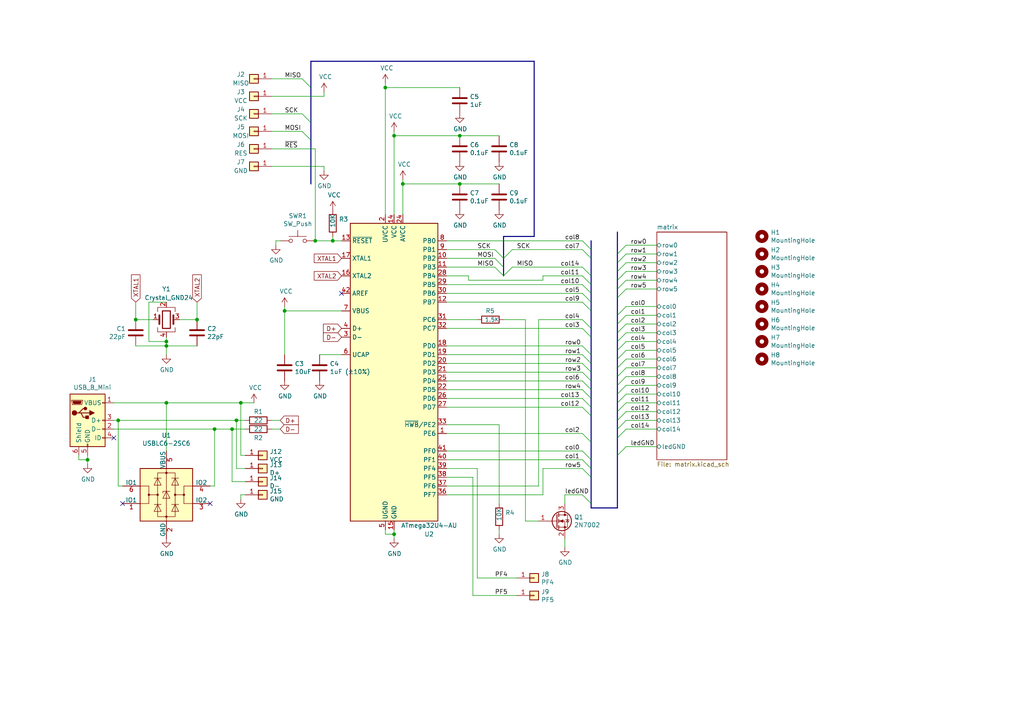
<source format=kicad_sch>
(kicad_sch (version 20211123) (generator eeschema)
  (paper "A4")
  (title_block (title "Adelheid") (rev "2.0") (company "floookay"))
  (lib_symbols
    (symbol "Connector:USB_B_Micro" (pin_names (offset 1.016))
      (property "Reference" "J" (at -5.08 11.43 0))
      (property "Value" "USB_B_Micro" (at -5.08 8.89 0))
      (symbol "USB_B_Micro_0_1"
        (rectangle (start -5.08 -7.62) (end 5.08 7.62) (stroke (width 0.254)) (fill (type background)))
        (circle (center -3.81 2.159) (radius 0.635) (stroke (width 0.254)) (fill (type outline)))
        (circle (center -0.635 3.429) (radius 0.381) (stroke (width 0.254)) (fill (type outline)))
        (rectangle (start -0.127 -7.62) (end 0.127 -6.858))
        (polyline (pts (xy -1.905 2.159) (xy 0.635 2.159)) (stroke (width 0.254)))
        (polyline (pts (xy -3.175 2.159) (xy -2.54 2.159) (xy -1.27 3.429) (xy -0.635 3.429)) (stroke (width 0.254)))
        (polyline (pts (xy -2.54 2.159) (xy -1.905 2.159) (xy -1.27 0.889) (xy 0 0.889)) (stroke (width 0.254)))
        (polyline (pts (xy 0.635 2.794) (xy 0.635 1.524) (xy 1.905 2.159) (xy 0.635 2.794)) (stroke (width 0.254)) (fill (type outline)))
        (polyline (pts (xy -4.318 5.588) (xy -1.778 5.588) (xy -2.032 4.826) (xy -4.064 4.826) (xy -4.318 5.588)) (fill (type outline)))
        (polyline (pts (xy -4.699 5.842) (xy -4.699 5.588) (xy -4.445 4.826) (xy -4.445 4.572) (xy -1.651 4.572) (xy -1.651 4.826) (xy -1.397 5.588) (xy -1.397 5.842) (xy -4.699 5.842)))
        (rectangle (start 0.254 1.27) (end -0.508 0.508) (stroke (width 0.254)) (fill (type outline)))
        (rectangle (start 5.08 -5.207) (end 4.318 -4.953))
        (rectangle (start 5.08 -2.667) (end 4.318 -2.413))
        (rectangle (start 5.08 -0.127) (end 4.318 0.127))
        (rectangle (start 5.08 4.953) (end 4.318 5.207))
      )
      (symbol "USB_B_Micro_1_1"
        (pin power_out line (at 7.62 5.08 180) (length 2.54) (name "VBUS") (number "1"))
        (pin bidirectional line (at 7.62 -2.54 180) (length 2.54) (name "D-") (number "2"))
        (pin bidirectional line (at 7.62 0 180) (length 2.54) (name "D+") (number "3"))
        (pin passive line (at 7.62 -5.08 180) (length 2.54) (name "ID") (number "4"))
        (pin power_out line (at 0 -10.16 90) (length 2.54) (name "GND") (number "5"))
        (pin passive line (at -2.54 -10.16 90) (length 2.54) (name "Shield") (number "6"))
      )
    )
    (symbol "Connector_Generic:Conn_01x01" (pin_names (offset 1.016) hide)
      (property "Reference" "J" (at 0 2.54 0))
      (property "Value" "Conn_01x01" (at 0 -2.54 0))
      (symbol "Conn_01x01_1_1"
        (rectangle (start -1.27 0.127) (end 0 -0.127) (stroke (width 0.1524)))
        (rectangle (start -1.27 1.27) (end 1.27 -1.27) (stroke (width 0.254)) (fill (type background)))
        (pin passive line (at -5.08 0 0) (length 3.81) (name "Pin_1") (number "1"))
      )
    )
    (symbol "Device:C" (pin_numbers hide) (pin_names (offset 0.254))
      (property "Reference" "C" (at 0.635 2.54 0))
      (property "Value" "C" (at 0.635 -2.54 0))
      (symbol "C_0_1"
        (polyline (pts (xy -2.032 -0.762) (xy 2.032 -0.762)) (stroke (width 0.508)))
        (polyline (pts (xy -2.032 0.762) (xy 2.032 0.762)) (stroke (width 0.508)))
      )
      (symbol "C_1_1"
        (pin passive line (at 0 3.81 270) (length 2.794) (name "~") (number "1"))
        (pin passive line (at 0 -3.81 90) (length 2.794) (name "~") (number "2"))
      )
    )
    (symbol "Device:Crystal_GND24" (pin_names (offset 1.016) hide)
      (property "Reference" "Y" (at 3.175 5.08 0))
      (property "Value" "Crystal_GND24" (at 3.175 3.175 0))
      (symbol "Crystal_GND24_0_1"
        (rectangle (start -1.143 2.54) (end 1.143 -2.54) (stroke (width 0.3048)))
        (polyline (pts (xy -2.54 0) (xy -2.032 0)))
        (polyline (pts (xy -2.032 -1.27) (xy -2.032 1.27)) (stroke (width 0.508)))
        (polyline (pts (xy 0 -3.81) (xy 0 -3.556)))
        (polyline (pts (xy 0 3.556) (xy 0 3.81)))
        (polyline (pts (xy 2.032 -1.27) (xy 2.032 1.27)) (stroke (width 0.508)))
        (polyline (pts (xy 2.032 0) (xy 2.54 0)))
        (polyline (pts (xy -2.54 -2.286) (xy -2.54 -3.556) (xy 2.54 -3.556) (xy 2.54 -2.286)))
        (polyline (pts (xy -2.54 2.286) (xy -2.54 3.556) (xy 2.54 3.556) (xy 2.54 2.286)))
      )
      (symbol "Crystal_GND24_1_1"
        (pin passive line (at -3.81 0 0) (length 1.27) (name "1") (number "1"))
        (pin passive line (at 0 5.08 270) (length 1.27) (name "2") (number "2"))
        (pin passive line (at 3.81 0 180) (length 1.27) (name "3") (number "3"))
        (pin passive line (at 0 -5.08 90) (length 1.27) (name "4") (number "4"))
      )
    )
    (symbol "Device:R" (pin_numbers hide) (pin_names (offset 0))
      (property "Reference" "R" (at 2.032 0 90))
      (property "Value" "R" (at 0 0 90))
      (symbol "R_0_1"
        (rectangle (start -1.016 -2.54) (end 1.016 2.54) (stroke (width 0.254)))
      )
      (symbol "R_1_1"
        (pin passive line (at 0 3.81 270) (length 1.27) (name "~") (number "1"))
        (pin passive line (at 0 -3.81 90) (length 1.27) (name "~") (number "2"))
      )
    )
    (symbol "Mechanical:MountingHole" (pin_names (offset 1.016))
      (property "Reference" "H" (at 0 5.08 0))
      (property "Value" "MountingHole" (at 0 3.175 0))
      (symbol "MountingHole_0_1"
        (circle (center 0 0) (radius 1.27) (stroke (width 1.27)))
      )
    )
    (symbol "Switch:SW_Push" (pin_numbers hide) (pin_names (offset 1.016) hide)
      (property "Reference" "SW" (at 1.27 2.54 0))
      (property "Value" "SW_Push" (at 0 -1.524 0))
      (symbol "SW_Push_0_1"
        (circle (center -2.032 0) (radius 0.508))
        (polyline (pts (xy 0 1.27) (xy 0 3.048)))
        (polyline (pts (xy 2.54 1.27) (xy -2.54 1.27)))
        (circle (center 2.032 0) (radius 0.508))
        (pin passive line (at -5.08 0 0) (length 2.54) (name "1") (number "1"))
        (pin passive line (at 5.08 0 180) (length 2.54) (name "2") (number "2"))
      )
    )
    (symbol "Transistor_FET:2N7002" (pin_names hide)
      (property "Reference" "Q" (at 5.08 1.905 0))
      (property "Value" "2N7002" (at 5.08 0 0))
      (symbol "2N7002_0_1"
        (polyline (pts (xy 0.254 0) (xy -2.54 0)))
        (polyline (pts (xy 0.254 1.905) (xy 0.254 -1.905)) (stroke (width 0.254)))
        (polyline (pts (xy 0.762 -1.27) (xy 0.762 -2.286)) (stroke (width 0.254)))
        (polyline (pts (xy 0.762 0.508) (xy 0.762 -0.508)) (stroke (width 0.254)))
        (polyline (pts (xy 0.762 2.286) (xy 0.762 1.27)) (stroke (width 0.254)))
        (polyline (pts (xy 2.54 2.54) (xy 2.54 1.778)))
        (polyline (pts (xy 2.54 -2.54) (xy 2.54 0) (xy 0.762 0)))
        (polyline (pts (xy 0.762 -1.778) (xy 3.302 -1.778) (xy 3.302 1.778) (xy 0.762 1.778)))
        (polyline (pts (xy 1.016 0) (xy 2.032 0.381) (xy 2.032 -0.381) (xy 1.016 0)) (fill (type outline)))
        (polyline (pts (xy 2.794 0.508) (xy 2.921 0.381) (xy 3.683 0.381) (xy 3.81 0.254)))
        (polyline (pts (xy 3.302 0.381) (xy 2.921 -0.254) (xy 3.683 -0.254) (xy 3.302 0.381)))
        (circle (center 1.651 0) (radius 2.794) (stroke (width 0.254)))
        (circle (center 2.54 -1.778) (radius 0.254) (fill (type outline)))
        (circle (center 2.54 1.778) (radius 0.254) (fill (type outline)))
      )
      (symbol "2N7002_1_1"
        (pin input line (at -5.08 0 0) (length 2.54) (name "G") (number "1"))
        (pin passive line (at 2.54 -5.08 90) (length 2.54) (name "S") (number "2"))
        (pin passive line (at 2.54 5.08 270) (length 2.54) (name "D") (number "3"))
      )
    )
    (symbol "adelheid-rescue:ATmega32U4-AU-MCU_Microchip_ATmega"
      (property "Reference" "U" (at -12.7 44.45 0))
      (property "Value" "ATmega32U4-AU-MCU_Microchip_ATmega" (at 2.54 -44.45 0))
      (symbol "ATmega32U4-AU-MCU_Microchip_ATmega_0_1"
        (rectangle (start -12.7 -43.18) (end 12.7 43.18) (stroke (width 0.254)) (fill (type background)))
      )
      (symbol "ATmega32U4-AU-MCU_Microchip_ATmega_1_1"
        (pin tri_state line (at 15.24 -17.78 180) (length 2.54) (name "PE6") (number "1"))
        (pin tri_state line (at 15.24 33.02 180) (length 2.54) (name "PB2") (number "10"))
        (pin tri_state line (at 15.24 30.48 180) (length 2.54) (name "PB3") (number "11"))
        (pin tri_state line (at 15.24 20.32 180) (length 2.54) (name "PB7") (number "12"))
        (pin input line (at -15.24 38.1 0) (length 2.54) (name "~{RESET}") (number "13"))
        (pin power_in line (at 0 45.72 270) (length 2.54) (name "VCC") (number "14"))
        (pin power_in line (at 0 -45.72 90) (length 2.54) (name "GND") (number "15"))
        (pin output line (at -15.24 27.94 0) (length 2.54) (name "XTAL2") (number "16"))
        (pin input line (at -15.24 33.02 0) (length 2.54) (name "XTAL1") (number "17"))
        (pin tri_state line (at 15.24 7.62 180) (length 2.54) (name "PD0") (number "18"))
        (pin tri_state line (at 15.24 5.08 180) (length 2.54) (name "PD1") (number "19"))
        (pin power_in line (at -2.54 45.72 270) (length 2.54) (name "UVCC") (number "2"))
        (pin tri_state line (at 15.24 2.54 180) (length 2.54) (name "PD2") (number "20"))
        (pin tri_state line (at 15.24 0 180) (length 2.54) (name "PD3") (number "21"))
        (pin tri_state line (at 15.24 -5.08 180) (length 2.54) (name "PD5") (number "22"))
        (pin passive line (at 0 -45.72 90) (length 2.54) hide (name "GND") (number "23"))
        (pin power_in line (at 2.54 45.72 270) (length 2.54) (name "AVCC") (number "24"))
        (pin tri_state line (at 15.24 -2.54 180) (length 2.54) (name "PD4") (number "25"))
        (pin tri_state line (at 15.24 -7.62 180) (length 2.54) (name "PD6") (number "26"))
        (pin tri_state line (at 15.24 -10.16 180) (length 2.54) (name "PD7") (number "27"))
        (pin tri_state line (at 15.24 27.94 180) (length 2.54) (name "PB4") (number "28"))
        (pin tri_state line (at 15.24 25.4 180) (length 2.54) (name "PB5") (number "29"))
        (pin bidirectional line (at -15.24 10.16 0) (length 2.54) (name "D-") (number "3"))
        (pin tri_state line (at 15.24 22.86 180) (length 2.54) (name "PB6") (number "30"))
        (pin tri_state line (at 15.24 15.24 180) (length 2.54) (name "PC6") (number "31"))
        (pin tri_state line (at 15.24 12.7 180) (length 2.54) (name "PC7") (number "32"))
        (pin tri_state line (at 15.24 -15.24 180) (length 2.54) (name "~{HWB}/PE2") (number "33"))
        (pin passive line (at 0 45.72 270) (length 2.54) hide (name "VCC") (number "34"))
        (pin passive line (at 0 -45.72 90) (length 2.54) hide (name "GND") (number "35"))
        (pin tri_state line (at 15.24 -35.56 180) (length 2.54) (name "PF7") (number "36"))
        (pin tri_state line (at 15.24 -33.02 180) (length 2.54) (name "PF6") (number "37"))
        (pin tri_state line (at 15.24 -30.48 180) (length 2.54) (name "PF5") (number "38"))
        (pin tri_state line (at 15.24 -27.94 180) (length 2.54) (name "PF4") (number "39"))
        (pin bidirectional line (at -15.24 12.7 0) (length 2.54) (name "D+") (number "4"))
        (pin tri_state line (at 15.24 -25.4 180) (length 2.54) (name "PF1") (number "40"))
        (pin tri_state line (at 15.24 -22.86 180) (length 2.54) (name "PF0") (number "41"))
        (pin passive line (at -15.24 22.86 0) (length 2.54) (name "AREF") (number "42"))
        (pin passive line (at 0 -45.72 90) (length 2.54) hide (name "GND") (number "43"))
        (pin passive line (at 2.54 45.72 270) (length 2.54) hide (name "AVCC") (number "44"))
        (pin passive line (at -2.54 -45.72 90) (length 2.54) (name "UGND") (number "5"))
        (pin passive line (at -15.24 5.08 0) (length 2.54) (name "UCAP") (number "6"))
        (pin input line (at -15.24 17.78 0) (length 2.54) (name "VBUS") (number "7"))
        (pin tri_state line (at 15.24 38.1 180) (length 2.54) (name "PB0") (number "8"))
        (pin tri_state line (at 15.24 35.56 180) (length 2.54) (name "PB1") (number "9"))
      )
    )
    (symbol "adelheid-rescue:USBLC6-2SC6-Power_Protection" (pin_names (offset 0))
      (property "Reference" "U" (at 5.08 8.89 0))
      (property "Value" "USBLC6-2SC6-Power_Protection" (at 10.16 -10.16 0))
      (symbol "USBLC6-2SC6-Power_Protection_0_1"
        (rectangle (start -7.62 -7.62) (end 7.62 7.62) (stroke (width 0.254)) (fill (type background)))
        (circle (center -5.08 0) (radius 0.254) (fill (type outline)))
        (circle (center -2.54 0) (radius 0.254) (fill (type outline)))
        (rectangle (start -2.54 6.35) (end 2.54 -6.35))
        (circle (center 0 -6.35) (radius 0.254) (fill (type outline)))
        (polyline (pts (xy -5.08 -2.54) (xy -7.62 -2.54)))
        (polyline (pts (xy -5.08 0) (xy -5.08 -2.54)))
        (polyline (pts (xy -5.08 2.54) (xy -7.62 2.54)))
        (polyline (pts (xy -1.524 -2.794) (xy -3.556 -2.794)))
        (polyline (pts (xy -1.524 4.826) (xy -3.556 4.826)))
        (polyline (pts (xy 0 -7.62) (xy 0 -6.35)))
        (polyline (pts (xy 0 -6.35) (xy 0 1.27)))
        (polyline (pts (xy 0 1.27) (xy 0 6.35)))
        (polyline (pts (xy 0 6.35) (xy 0 7.62)))
        (polyline (pts (xy 1.524 -2.794) (xy 3.556 -2.794)))
        (polyline (pts (xy 1.524 4.826) (xy 3.556 4.826)))
        (polyline (pts (xy 5.08 -2.54) (xy 7.62 -2.54)))
        (polyline (pts (xy 5.08 0) (xy 5.08 -2.54)))
        (polyline (pts (xy 5.08 2.54) (xy 7.62 2.54)))
        (polyline (pts (xy -2.54 0) (xy -5.08 0) (xy -5.08 2.54)))
        (polyline (pts (xy 2.54 0) (xy 5.08 0) (xy 5.08 2.54)))
        (polyline (pts (xy -3.556 -4.826) (xy -1.524 -4.826) (xy -2.54 -2.794) (xy -3.556 -4.826)))
        (polyline (pts (xy -3.556 2.794) (xy -1.524 2.794) (xy -2.54 4.826) (xy -3.556 2.794)))
        (polyline (pts (xy -1.016 -1.016) (xy 1.016 -1.016) (xy 0 1.016) (xy -1.016 -1.016)))
        (polyline (pts (xy 1.016 1.016) (xy 0.762 1.016) (xy -1.016 1.016) (xy -1.016 0.508)))
        (polyline (pts (xy 3.556 -4.826) (xy 1.524 -4.826) (xy 2.54 -2.794) (xy 3.556 -4.826)))
        (polyline (pts (xy 3.556 2.794) (xy 1.524 2.794) (xy 2.54 4.826) (xy 3.556 2.794)))
        (circle (center 0 6.35) (radius 0.254) (fill (type outline)))
        (circle (center 2.54 0) (radius 0.254) (fill (type outline)))
        (circle (center 5.08 0) (radius 0.254) (fill (type outline)))
      )
      (symbol "USBLC6-2SC6-Power_Protection_1_1"
        (pin passive line (at -12.7 -2.54 0) (length 5.08) (name "IO1") (number "1"))
        (pin passive line (at 0 -12.7 90) (length 5.08) (name "GND") (number "2"))
        (pin passive line (at 12.7 -2.54 180) (length 5.08) (name "IO2") (number "3"))
        (pin passive line (at 12.7 2.54 180) (length 5.08) (name "IO2") (number "4"))
        (pin passive line (at 0 12.7 270) (length 5.08) (name "VBUS") (number "5"))
        (pin passive line (at -12.7 2.54 0) (length 5.08) (name "IO1") (number "6"))
      )
    )
    (symbol "power:GND" (power) (pin_names (offset 0))
      (property "Value" "GND" (at 0 -3.81 0))
      (symbol "GND_0_1"
        (polyline (pts (xy 0 0) (xy 0 -1.27) (xy 1.27 -1.27) (xy 0 -2.54) (xy -1.27 -1.27) (xy 0 -1.27)))
      )
      (symbol "GND_1_1"
        (pin power_in line (at 0 0 270) (length 0) hide (name "GND") (number "1"))
      )
    )
    (symbol "power:VCC" (power) (pin_names (offset 0))
      (property "Value" "VCC" (at 0 3.81 0))
      (symbol "VCC_0_1"
        (polyline (pts (xy -0.762 1.27) (xy 0 2.54)))
        (polyline (pts (xy 0 0) (xy 0 2.54)))
        (polyline (pts (xy 0 2.54) (xy 0.762 1.27)))
      )
      (symbol "VCC_1_1"
        (pin power_in line (at 0 0 90) (length 0) hide (name "VCC") (number "1"))
      )
    )
  )
  (junction (at 133.35 39.37))
  (junction (at 91.44 69.85))
  (junction (at 111.76 25.4))
  (junction (at 34.29 121.92))
  (junction (at 114.3 154.94))
  (junction (at 57.15 92.71))
  (junction (at 82.55 90.17))
  (junction (at 114.3 39.37))
  (junction (at 68.58 121.92))
  (junction (at 96.52 69.85))
  (junction (at 116.84 53.34))
  (junction (at 48.26 100.33))
  (junction (at 67.31 124.46))
  (junction (at 69.85 116.84))
  (junction (at 48.26 99.06))
  (junction (at 133.35 53.34))
  (junction (at 39.37 92.71))
  (junction (at 62.23 124.46))
  (junction (at 25.4 133.35))
  (junction (at 48.26 116.84))
  (no_connect (at 99.06 85.09))
  (no_connect (at 35.56 146.05))
  (no_connect (at 33.02 127))
  (no_connect (at 60.96 146.05))
  (bus_entry (at 168.91 130.81) (size 2.54 2.54))
  (bus_entry (at 168.91 110.49) (size 2.54 2.54))
  (bus_entry (at 171.45 138.43) (size -2.54 -2.54))
  (bus_entry (at 179.07 106.68) (size 2.54 -2.54))
  (bus_entry (at 168.91 107.95) (size 2.54 2.54))
  (bus_entry (at 168.91 113.03) (size 2.54 2.54))
  (bus_entry (at 168.91 72.39) (size 2.54 2.54))
  (bus_entry (at 143.51 77.47) (size 2.54 2.54))
  (bus_entry (at 168.91 115.57) (size 2.54 2.54))
  (bus_entry (at 179.07 132.08) (size 2.54 -2.54))
  (bus_entry (at 168.91 80.01) (size 2.54 2.54))
  (bus_entry (at 179.07 93.98) (size 2.54 -2.54))
  (bus_entry (at 168.91 133.35) (size 2.54 2.54))
  (bus_entry (at 168.91 92.71) (size 2.54 2.54))
  (bus_entry (at 168.91 85.09) (size 2.54 2.54))
  (bus_entry (at 87.63 33.02) (size 2.54 2.54))
  (bus_entry (at 171.45 146.05) (size -2.54 -2.54))
  (bus_entry (at 179.07 78.74) (size 2.54 -2.54))
  (bus_entry (at 179.07 99.06) (size 2.54 -2.54))
  (bus_entry (at 168.91 100.33) (size 2.54 2.54))
  (bus_entry (at 179.07 127) (size 2.54 -2.54))
  (bus_entry (at 179.07 83.82) (size 2.54 -2.54))
  (bus_entry (at 168.91 102.87) (size 2.54 2.54))
  (bus_entry (at 179.07 76.2) (size 2.54 -2.54))
  (bus_entry (at 168.91 95.25) (size 2.54 2.54))
  (bus_entry (at 168.91 105.41) (size 2.54 2.54))
  (bus_entry (at 87.63 38.1) (size 2.54 2.54))
  (bus_entry (at 179.07 81.28) (size 2.54 -2.54))
  (bus_entry (at 179.07 109.22) (size 2.54 -2.54))
  (bus_entry (at 179.07 116.84) (size 2.54 -2.54))
  (bus_entry (at 168.91 118.11) (size 2.54 2.54))
  (bus_entry (at 143.51 72.39) (size 2.54 2.54))
  (bus_entry (at 146.05 74.93) (size 2.54 -2.54))
  (bus_entry (at 179.07 114.3) (size 2.54 -2.54))
  (bus_entry (at 168.91 77.47) (size 2.54 2.54))
  (bus_entry (at 87.63 22.86) (size 2.54 2.54))
  (bus_entry (at 168.91 125.73) (size 2.54 2.54))
  (bus_entry (at 146.05 80.01) (size 2.54 -2.54))
  (bus_entry (at 179.07 73.66) (size 2.54 -2.54))
  (bus_entry (at 179.07 96.52) (size 2.54 -2.54))
  (bus_entry (at 179.07 124.46) (size 2.54 -2.54))
  (bus_entry (at 179.07 121.92) (size 2.54 -2.54))
  (bus_entry (at 179.07 119.38) (size 2.54 -2.54))
  (bus_entry (at 179.07 101.6) (size 2.54 -2.54))
  (bus_entry (at 179.07 104.14) (size 2.54 -2.54))
  (bus_entry (at 179.07 86.36) (size 2.54 -2.54))
  (bus_entry (at 143.51 74.93) (size 2.54 2.54))
  (bus_entry (at 179.07 91.44) (size 2.54 -2.54))
  (bus_entry (at 168.91 69.85) (size 2.54 2.54))
  (bus_entry (at 168.91 82.55) (size 2.54 2.54))
  (bus_entry (at 168.91 87.63) (size 2.54 2.54))
  (bus_entry (at 179.07 111.76) (size 2.54 -2.54))
  (wire (pts (xy 129.54 85.09) (xy 168.91 85.09)))
  (wire (pts (xy 181.61 111.76) (xy 190.5 111.76)))
  (bus (pts (xy 179.07 116.84) (xy 179.07 119.38)))
  (bus (pts (xy 179.07 114.3) (xy 179.07 116.84)))
  (bus (pts (xy 179.07 67.31) (xy 179.07 73.66)))
  (wire (pts (xy 148.59 72.39) (xy 168.91 72.39)))
  (wire (pts (xy 68.58 135.89) (xy 68.58 121.92)))
  (wire (pts (xy 114.3 39.37) (xy 114.3 62.23)))
  (wire (pts (xy 22.86 132.08) (xy 22.86 133.35)))
  (wire (pts (xy 48.26 102.87) (xy 48.26 100.33)))
  (wire (pts (xy 22.86 133.35) (xy 25.4 133.35)))
  (wire (pts (xy 96.52 68.58) (xy 96.52 69.85)))
  (wire (pts (xy 181.61 104.14) (xy 190.5 104.14)))
  (wire (pts (xy 81.28 69.85) (xy 80.01 69.85)))
  (wire (pts (xy 181.61 78.74) (xy 190.5 78.74)))
  (wire (pts (xy 181.61 116.84) (xy 190.5 116.84)))
  (wire (pts (xy 33.02 116.84) (xy 48.26 116.84)))
  (wire (pts (xy 68.58 121.92) (xy 71.12 121.92)))
  (wire (pts (xy 35.56 140.97) (xy 34.29 140.97)))
  (wire (pts (xy 181.61 76.2) (xy 190.5 76.2)))
  (wire (pts (xy 48.26 87.63) (xy 43.18 87.63)))
  (bus (pts (xy 179.07 124.46) (xy 179.07 127)))
  (bus (pts (xy 179.07 132.08) (xy 179.07 147.32)))
  (wire (pts (xy 69.85 143.51) (xy 69.85 144.78)))
  (wire (pts (xy 148.59 77.47) (xy 168.91 77.47)))
  (bus (pts (xy 179.07 111.76) (xy 179.07 114.3)))
  (wire (pts (xy 156.21 140.97) (xy 156.21 92.71)))
  (wire (pts (xy 34.29 140.97) (xy 34.29 121.92)))
  (wire (pts (xy 78.74 33.02) (xy 87.63 33.02)))
  (bus (pts (xy 171.45 105.41) (xy 171.45 107.95)))
  (bus (pts (xy 179.07 81.28) (xy 179.07 83.82)))
  (wire (pts (xy 78.74 22.86) (xy 87.63 22.86)))
  (wire (pts (xy 181.61 121.92) (xy 190.5 121.92)))
  (wire (pts (xy 181.61 119.38) (xy 190.5 119.38)))
  (wire (pts (xy 111.76 154.94) (xy 114.3 154.94)))
  (wire (pts (xy 78.74 121.92) (xy 81.28 121.92)))
  (bus (pts (xy 171.45 107.95) (xy 171.45 110.49)))
  (bus (pts (xy 179.07 109.22) (xy 179.07 111.76)))
  (wire (pts (xy 137.16 172.72) (xy 149.86 172.72)))
  (wire (pts (xy 116.84 53.34) (xy 116.84 62.23)))
  (wire (pts (xy 168.91 80.01) (xy 157.48 80.01)))
  (bus (pts (xy 179.07 127) (xy 179.07 132.08)))
  (wire (pts (xy 39.37 92.71) (xy 39.37 87.63)))
  (bus (pts (xy 171.45 69.85) (xy 171.45 72.39)))
  (wire (pts (xy 190.5 71.12) (xy 181.61 71.12)))
  (bus (pts (xy 90.17 35.56) (xy 90.17 40.64)))
  (bus (pts (xy 171.45 133.35) (xy 171.45 135.89)))
  (bus (pts (xy 171.45 146.05) (xy 171.45 147.32)))
  (wire (pts (xy 67.31 139.7) (xy 67.31 124.46)))
  (wire (pts (xy 33.02 121.92) (xy 34.29 121.92)))
  (wire (pts (xy 181.61 99.06) (xy 190.5 99.06)))
  (wire (pts (xy 133.35 53.34) (xy 144.78 53.34)))
  (wire (pts (xy 111.76 24.13) (xy 111.76 25.4)))
  (bus (pts (xy 171.45 74.93) (xy 171.45 80.01)))
  (wire (pts (xy 34.29 121.92) (xy 68.58 121.92)))
  (wire (pts (xy 93.98 48.26) (xy 93.98 49.53)))
  (bus (pts (xy 146.05 68.58) (xy 146.05 74.93)))
  (bus (pts (xy 179.07 96.52) (xy 179.07 99.06)))
  (wire (pts (xy 129.54 92.71) (xy 138.43 92.71)))
  (wire (pts (xy 52.07 92.71) (xy 57.15 92.71)))
  (bus (pts (xy 171.45 110.49) (xy 171.45 113.03)))
  (bus (pts (xy 171.45 147.32) (xy 179.07 147.32)))
  (wire (pts (xy 181.61 88.9) (xy 190.5 88.9)))
  (wire (pts (xy 157.48 135.89) (xy 168.91 135.89)))
  (wire (pts (xy 116.84 53.34) (xy 133.35 53.34)))
  (wire (pts (xy 129.54 118.11) (xy 168.91 118.11)))
  (bus (pts (xy 179.07 91.44) (xy 179.07 93.98)))
  (wire (pts (xy 48.26 116.84) (xy 48.26 130.81)))
  (bus (pts (xy 171.45 80.01) (xy 171.45 82.55)))
  (bus (pts (xy 179.07 93.98) (xy 179.07 96.52)))
  (wire (pts (xy 129.54 133.35) (xy 168.91 133.35)))
  (bus (pts (xy 146.05 74.93) (xy 146.05 77.47)))
  (wire (pts (xy 111.76 153.67) (xy 111.76 154.94)))
  (bus (pts (xy 146.05 68.58) (xy 154.94 68.58)))
  (wire (pts (xy 129.54 107.95) (xy 168.91 107.95)))
  (wire (pts (xy 62.23 140.97) (xy 62.23 124.46)))
  (wire (pts (xy 129.54 135.89) (xy 138.43 135.89)))
  (bus (pts (xy 90.17 25.4) (xy 90.17 35.56)))
  (wire (pts (xy 163.83 156.21) (xy 163.83 158.75)))
  (bus (pts (xy 179.07 76.2) (xy 179.07 78.74)))
  (wire (pts (xy 39.37 100.33) (xy 48.26 100.33)))
  (bus (pts (xy 179.07 104.14) (xy 179.07 106.68)))
  (bus (pts (xy 179.07 73.66) (xy 179.07 76.2)))
  (wire (pts (xy 133.35 39.37) (xy 144.78 39.37)))
  (wire (pts (xy 129.54 69.85) (xy 168.91 69.85)))
  (wire (pts (xy 156.21 92.71) (xy 168.91 92.71)))
  (wire (pts (xy 57.15 92.71) (xy 57.15 87.63)))
  (wire (pts (xy 129.54 130.81) (xy 168.91 130.81)))
  (wire (pts (xy 181.61 83.82) (xy 190.5 83.82)))
  (wire (pts (xy 129.54 138.43) (xy 137.16 138.43)))
  (wire (pts (xy 111.76 25.4) (xy 111.76 62.23)))
  (wire (pts (xy 129.54 100.33) (xy 168.91 100.33)))
  (wire (pts (xy 129.54 125.73) (xy 168.91 125.73)))
  (wire (pts (xy 129.54 74.93) (xy 143.51 74.93)))
  (bus (pts (xy 171.45 90.17) (xy 171.45 95.25)))
  (bus (pts (xy 90.17 40.64) (xy 90.17 53.34)))
  (bus (pts (xy 171.45 115.57) (xy 171.45 118.11)))
  (wire (pts (xy 25.4 133.35) (xy 25.4 134.62)))
  (bus (pts (xy 171.45 82.55) (xy 171.45 85.09)))
  (wire (pts (xy 129.54 140.97) (xy 156.21 140.97)))
  (bus (pts (xy 171.45 118.11) (xy 171.45 120.65)))
  (wire (pts (xy 71.12 135.89) (xy 68.58 135.89)))
  (bus (pts (xy 171.45 120.65) (xy 171.45 128.27)))
  (wire (pts (xy 181.61 93.98) (xy 190.5 93.98)))
  (bus (pts (xy 171.45 87.63) (xy 171.45 90.17)))
  (wire (pts (xy 60.96 140.97) (xy 62.23 140.97)))
  (wire (pts (xy 62.23 124.46) (xy 67.31 124.46)))
  (wire (pts (xy 157.48 135.89) (xy 157.48 143.51)))
  (wire (pts (xy 78.74 43.18) (xy 91.44 43.18)))
  (wire (pts (xy 93.98 27.94) (xy 93.98 26.67)))
  (wire (pts (xy 181.61 114.3) (xy 190.5 114.3)))
  (bus (pts (xy 179.07 101.6) (xy 179.07 104.14)))
  (wire (pts (xy 138.43 135.89) (xy 138.43 167.64)))
  (wire (pts (xy 43.18 99.06) (xy 48.26 99.06)))
  (wire (pts (xy 152.4 92.71) (xy 152.4 151.13)))
  (wire (pts (xy 133.35 25.4) (xy 111.76 25.4)))
  (bus (pts (xy 90.17 17.78) (xy 90.17 25.4)))
  (bus (pts (xy 179.07 86.36) (xy 179.07 91.44)))
  (wire (pts (xy 181.61 91.44) (xy 190.5 91.44)))
  (wire (pts (xy 163.83 143.51) (xy 168.91 143.51)))
  (bus (pts (xy 171.45 113.03) (xy 171.45 115.57)))
  (wire (pts (xy 129.54 95.25) (xy 168.91 95.25)))
  (bus (pts (xy 179.07 119.38) (xy 179.07 121.92)))
  (wire (pts (xy 114.3 39.37) (xy 133.35 39.37)))
  (wire (pts (xy 96.52 69.85) (xy 99.06 69.85)))
  (wire (pts (xy 67.31 124.46) (xy 71.12 124.46)))
  (bus (pts (xy 171.45 128.27) (xy 171.45 133.35)))
  (bus (pts (xy 90.17 17.78) (xy 154.94 17.78)))
  (bus (pts (xy 171.45 138.43) (xy 171.45 146.05)))
  (wire (pts (xy 48.26 100.33) (xy 48.26 99.06)))
  (wire (pts (xy 78.74 48.26) (xy 93.98 48.26)))
  (wire (pts (xy 69.85 116.84) (xy 48.26 116.84)))
  (wire (pts (xy 144.78 123.19) (xy 144.78 146.05)))
  (wire (pts (xy 181.61 96.52) (xy 190.5 96.52)))
  (wire (pts (xy 135.89 81.28) (xy 157.48 81.28)))
  (wire (pts (xy 190.5 73.66) (xy 181.61 73.66)))
  (wire (pts (xy 99.06 90.17) (xy 82.55 90.17)))
  (wire (pts (xy 129.54 105.41) (xy 168.91 105.41)))
  (wire (pts (xy 48.26 99.06) (xy 48.26 97.79)))
  (wire (pts (xy 129.54 113.03) (xy 168.91 113.03)))
  (bus (pts (xy 146.05 77.47) (xy 146.05 80.01)))
  (bus (pts (xy 171.45 72.39) (xy 171.45 74.93)))
  (wire (pts (xy 163.83 143.51) (xy 163.83 146.05)))
  (wire (pts (xy 71.12 139.7) (xy 67.31 139.7)))
  (bus (pts (xy 171.45 135.89) (xy 171.45 138.43)))
  (wire (pts (xy 144.78 154.94) (xy 144.78 153.67)))
  (wire (pts (xy 138.43 167.64) (xy 149.86 167.64)))
  (bus (pts (xy 179.07 99.06) (xy 179.07 101.6)))
  (wire (pts (xy 71.12 143.51) (xy 69.85 143.51)))
  (wire (pts (xy 78.74 27.94) (xy 93.98 27.94)))
  (wire (pts (xy 129.54 123.19) (xy 144.78 123.19)))
  (wire (pts (xy 82.55 90.17) (xy 82.55 102.87)))
  (wire (pts (xy 69.85 132.08) (xy 69.85 116.84)))
  (wire (pts (xy 157.48 80.01) (xy 157.48 81.28)))
  (bus (pts (xy 171.45 85.09) (xy 171.45 87.63)))
  (wire (pts (xy 25.4 132.08) (xy 25.4 133.35)))
  (wire (pts (xy 181.61 101.6) (xy 190.5 101.6)))
  (bus (pts (xy 179.07 106.68) (xy 179.07 109.22)))
  (bus (pts (xy 179.07 78.74) (xy 179.07 81.28)))
  (wire (pts (xy 78.74 38.1) (xy 87.63 38.1)))
  (wire (pts (xy 116.84 52.07) (xy 116.84 53.34)))
  (wire (pts (xy 33.02 124.46) (xy 62.23 124.46)))
  (wire (pts (xy 114.3 153.67) (xy 114.3 154.94)))
  (wire (pts (xy 181.61 129.54) (xy 190.5 129.54)))
  (wire (pts (xy 91.44 43.18) (xy 91.44 69.85)))
  (wire (pts (xy 181.61 124.46) (xy 190.5 124.46)))
  (wire (pts (xy 129.54 77.47) (xy 143.51 77.47)))
  (wire (pts (xy 146.05 92.71) (xy 152.4 92.71)))
  (wire (pts (xy 152.4 151.13) (xy 156.21 151.13)))
  (wire (pts (xy 129.54 102.87) (xy 168.91 102.87)))
  (wire (pts (xy 73.66 116.84) (xy 69.85 116.84)))
  (bus (pts (xy 179.07 121.92) (xy 179.07 124.46)))
  (wire (pts (xy 92.71 102.87) (xy 99.06 102.87)))
  (wire (pts (xy 181.61 109.22) (xy 190.5 109.22)))
  (bus (pts (xy 171.45 97.79) (xy 171.45 102.87)))
  (wire (pts (xy 129.54 115.57) (xy 168.91 115.57)))
  (wire (pts (xy 143.51 72.39) (xy 129.54 72.39)))
  (bus (pts (xy 171.45 95.25) (xy 171.45 97.79)))
  (wire (pts (xy 80.01 69.85) (xy 80.01 71.12)))
  (wire (pts (xy 129.54 82.55) (xy 168.91 82.55)))
  (wire (pts (xy 129.54 87.63) (xy 168.91 87.63)))
  (wire (pts (xy 129.54 80.01) (xy 135.89 80.01)))
  (wire (pts (xy 114.3 38.1) (xy 114.3 39.37)))
  (wire (pts (xy 82.55 90.17) (xy 82.55 88.9)))
  (wire (pts (xy 181.61 81.28) (xy 190.5 81.28)))
  (wire (pts (xy 71.12 132.08) (xy 69.85 132.08)))
  (wire (pts (xy 57.15 100.33) (xy 48.26 100.33)))
  (wire (pts (xy 135.89 80.01) (xy 135.89 81.28)))
  (bus (pts (xy 171.45 102.87) (xy 171.45 105.41)))
  (wire (pts (xy 91.44 69.85) (xy 96.52 69.85)))
  (wire (pts (xy 181.61 106.68) (xy 190.5 106.68)))
  (bus (pts (xy 154.94 17.78) (xy 154.94 68.58)))
  (wire (pts (xy 78.74 124.46) (xy 81.28 124.46)))
  (wire (pts (xy 43.18 87.63) (xy 43.18 99.06)))
  (wire (pts (xy 129.54 110.49) (xy 168.91 110.49)))
  (wire (pts (xy 39.37 92.71) (xy 44.45 92.71)))
  (wire (pts (xy 137.16 172.72) (xy 137.16 138.43)))
  (wire (pts (xy 129.54 143.51) (xy 157.48 143.51)))
  (bus (pts (xy 179.07 83.82) (xy 179.07 86.36)))
  (wire (pts (xy 114.3 154.94) (xy 114.3 156.21)))
  (label "MISO" (at 138.43 77.47 0))
  (label "SCK" (at 82.55 33.02 0))
  (label "col2" (at 182.88 93.98 0))
  (label "col10" (at 162.56 82.55 0))
  (label "col4" (at 163.83 92.71 0))
  (label "col7" (at 182.88 106.68 0))
  (label "ledGND" (at 163.83 143.51 0))
  (label "col2" (at 163.83 125.73 0))
  (label "MISO" (at 149.86 77.47 0))
  (label "col12" (at 162.56 118.11 0))
  (label "col6" (at 163.83 110.49 0))
  (label "col13" (at 162.56 115.57 0))
  (label "col12" (at 182.88 119.38 0))
  (label "row5" (at 163.83 135.89 0))
  (label "row5" (at 182.88 83.82 0))
  (label "col0" (at 163.83 130.81 0))
  (label "col13" (at 182.88 121.92 0))
  (label "row1" (at 163.83 102.87 0))
  (label "row0" (at 163.83 100.33 0))
  (label "col5" (at 182.88 101.6 0))
  (label "col1" (at 182.88 91.44 0))
  (label "col11" (at 182.88 116.84 0))
  (label "col3" (at 182.88 96.52 0))
  (label "MOSI" (at 138.43 74.93 0))
  (label "ledGND" (at 182.88 129.54 0))
  (label "row4" (at 163.83 113.03 0))
  (label "row1" (at 182.88 73.66 0))
  (label "row0" (at 182.88 71.12 0))
  (label "col1" (at 163.83 133.35 0))
  (label "~{RES}" (at 82.55 43.18 0))
  (label "col14" (at 162.56 77.47 0))
  (label "col6" (at 182.88 104.14 0))
  (label "row3" (at 163.83 107.95 0))
  (label "col4" (at 182.88 99.06 0))
  (label "row2" (at 182.88 76.2 0))
  (label "col5" (at 163.83 85.09 0))
  (label "PF4" (at 143.51 167.64 0))
  (label "MISO" (at 82.55 22.86 0))
  (label "SCK" (at 138.43 72.39 0))
  (label "PF5" (at 143.51 172.72 0))
  (label "MOSI" (at 82.55 38.1 0))
  (label "col9" (at 163.83 87.63 0))
  (label "col0" (at 182.88 88.9 0))
  (label "col9" (at 182.88 111.76 0))
  (label "col8" (at 163.83 69.85 0))
  (label "col10" (at 182.88 114.3 0))
  (label "row4" (at 182.88 81.28 0))
  (label "col8" (at 182.88 109.22 0))
  (label "SCK" (at 149.86 72.39 0))
  (label "row3" (at 182.88 78.74 0))
  (label "row2" (at 163.83 105.41 0))
  (label "col7" (at 163.83 72.39 0))
  (label "col11" (at 162.56 80.01 0))
  (label "col3" (at 163.83 95.25 0))
  (label "col14" (at 182.88 124.46 0))
  (global_label "XTAL1" (shape input) (at 99.06 74.93 180) (property "Intersheet References" "${INTERSHEET_REFS}" (effects hide)))
  (global_label "D-" (shape input) (at 99.06 97.79 180) (property "Intersheet References" "${INTERSHEET_REFS}" (effects hide)))
  (global_label "D+" (shape input) (at 81.28 121.92 0) (property "Intersheet References" "${INTERSHEET_REFS}" (effects hide)))
  (global_label "D+" (shape input) (at 99.06 95.25 180) (property "Intersheet References" "${INTERSHEET_REFS}" (effects hide)))
  (global_label "XTAL1" (shape input) (at 39.37 87.63 90) (property "Intersheet References" "${INTERSHEET_REFS}" (effects hide)))
  (global_label "D-" (shape input) (at 81.28 124.46 0) (property "Intersheet References" "${INTERSHEET_REFS}" (effects hide)))
  (global_label "XTAL2" (shape input) (at 57.15 87.63 90) (property "Intersheet References" "${INTERSHEET_REFS}" (effects hide)))
  (global_label "XTAL2" (shape input) (at 99.06 80.01 180) (property "Intersheet References" "${INTERSHEET_REFS}" (effects hide)))
  (symbol (lib_id "adelheid-rescue:ATmega32U4-AU-MCU_Microchip_ATmega") (at 114.3 107.95 0) (unit 1)
    (property "Reference" "U2" (at 124.46 154.94 0))
    (property "Value" "ATmega32U4-AU" (at 124.46 152.4 0))
    (property "Footprint" "Housings_QFP:TQFP-44_10x10mm_Pitch0.8mm" (effects hide))
    (property "Datasheet" "http://ww1.microchip.com/downloads/en/DeviceDoc/Atmel-7766-8-bit-AVR-ATmega16U4-32U4_Datasheet.pdf" (effects hide))
  )
  (symbol (lib_id "Connector:USB_B_Micro") (at 25.4 121.92 0) (unit 1)
    (property "Reference" "J1" (at 26.797 110.0582 0))
    (property "Value" "USB_B_Mini" (at 26.797 112.3696 0))
    (property "Footprint" "Keebio-Parts:USB-Mini-B_2leg" (effects hide))
  )
  (symbol (lib_id "adelheid-rescue:USBLC6-2SC6-Power_Protection") (at 48.26 143.51 0) (unit 1)
    (property "Reference" "U1" (at 48.26 126.2888 0))
    (property "Value" "USBLC6-2SC6" (at 48.26 128.6002 0))
    (property "Footprint" "TO_SOT_Packages_SMD:SOT-23-6_Handsoldering" (effects hide))
    (property "Datasheet" "http://www2.st.com/resource/en/datasheet/CD00050750.pdf" (effects hide))
  )
  (symbol (lib_id "Device:R") (at 74.93 121.92 270) (unit 1)
    (property "Reference" "R1" (at 74.93 119.38 90))
    (property "Value" "22" (at 74.93 121.92 90))
    (property "Footprint" "Resistor_SMD:R_0805_2012Metric_Pad1.15x1.40mm_HandSolder" (effects hide))
  )
  (symbol (lib_id "Device:R") (at 74.93 124.46 270) (unit 1)
    (property "Reference" "R2" (at 74.93 127 90))
    (property "Value" "22" (at 74.93 124.46 90))
    (property "Footprint" "Resistor_SMD:R_0805_2012Metric_Pad1.15x1.40mm_HandSolder" (effects hide))
  )
  (symbol (lib_id "power:VCC") (at 73.66 116.84 0) (unit 1)
    (property "Reference" "#PWR0101" (effects hide))
    (property "Value" "VCC" (at 74.0918 112.4458 0))
  )
  (symbol (lib_id "power:GND") (at 25.4 134.62 0) (unit 1)
    (property "Reference" "#PWR0102" (effects hide))
    (property "Value" "GND" (at 25.527 139.0142 0))
  )
  (symbol (lib_id "power:GND") (at 48.26 156.21 0) (unit 1)
    (property "Reference" "#PWR0103" (effects hide))
    (property "Value" "GND" (at 48.387 160.6042 0))
  )
  (symbol (lib_id "Device:C") (at 92.71 106.68 0) (unit 1)
    (property "Reference" "C4" (at 95.631 105.5116 0) (effects (justify left)))
    (property "Value" "1uF (±10%)" (at 95.631 107.823 0) (effects (justify left)))
    (property "Footprint" "Capacitors_SMD:C_0805_HandSoldering" (effects hide))
  )
  (symbol (lib_id "power:GND") (at 92.71 110.49 0) (unit 1)
    (property "Reference" "#PWR0104" (effects hide))
    (property "Value" "GND" (at 92.837 114.8842 0))
  )
  (symbol (lib_id "Device:Crystal_GND24") (at 48.26 92.71 0) (unit 1)
    (property "Reference" "Y1" (at 46.99 83.82 0) (effects (justify left)))
    (property "Value" "Crystal_GND24" (at 41.91 86.36 0) (effects (justify left)))
    (property "Footprint" "Crystals:Crystal_SMD_SeikoEpson_FA238-4pin_3.2x2.5mm_HandSoldering" (effects hide))
  )
  (symbol (lib_id "Device:C") (at 39.37 96.52 0) (mirror x) (unit 1)
    (property "Reference" "C1" (at 36.4744 95.3516 0) (effects (justify right)))
    (property "Value" "22pF" (at 36.4744 97.663 0) (effects (justify right)))
    (property "Footprint" "Capacitors_SMD:C_0805_HandSoldering" (effects hide))
  )
  (symbol (lib_id "Device:C") (at 57.15 96.52 0) (unit 1)
    (property "Reference" "C2" (at 60.071 95.3516 0) (effects (justify left)))
    (property "Value" "22pF" (at 60.071 97.663 0) (effects (justify left)))
    (property "Footprint" "Capacitors_SMD:C_0805_HandSoldering" (effects hide))
  )
  (symbol (lib_id "power:GND") (at 48.26 102.87 0) (unit 1)
    (property "Reference" "#PWR0105" (effects hide))
    (property "Value" "GND" (at 48.387 107.2642 0))
  )
  (symbol (lib_id "power:VCC") (at 82.55 88.9 0) (unit 1)
    (property "Reference" "#PWR0106" (effects hide))
    (property "Value" "VCC" (at 82.9818 84.5058 0))
  )
  (symbol (lib_id "Device:C") (at 82.55 106.68 0) (unit 1)
    (property "Reference" "C3" (at 85.471 105.5116 0) (effects (justify left)))
    (property "Value" "10uF" (at 85.471 107.823 0) (effects (justify left)))
    (property "Footprint" "Capacitors_SMD:C_0805_HandSoldering" (effects hide))
  )
  (symbol (lib_id "power:GND") (at 82.55 110.49 0) (unit 1)
    (property "Reference" "#PWR0107" (effects hide))
    (property "Value" "GND" (at 82.677 114.8842 0))
  )
  (symbol (lib_id "Switch:SW_Push") (at 86.36 69.85 0) (unit 1)
    (property "Reference" "SWR1" (at 86.36 62.611 0))
    (property "Value" "SW_Push" (at 86.36 64.9224 0))
    (property "Footprint" "Buttons_Switches_SMD:SW_SPST_TL3342" (effects hide))
  )
  (symbol (lib_id "power:GND") (at 80.01 71.12 0) (unit 1)
    (property "Reference" "#PWR0108" (effects hide))
    (property "Value" "GND" (at 80.137 75.5142 0))
  )
  (symbol (lib_id "Device:R") (at 96.52 64.77 0) (unit 1)
    (property "Reference" "R3" (at 98.298 63.6016 0) (effects (justify left)))
    (property "Value" "10K" (at 96.52 66.04 90) (effects (justify left)))
    (property "Footprint" "Resistor_SMD:R_0805_2012Metric_Pad1.15x1.40mm_HandSolder" (effects hide))
  )
  (symbol (lib_id "power:VCC") (at 96.52 60.96 0) (unit 1)
    (property "Reference" "#PWR0109" (effects hide))
    (property "Value" "VCC" (at 96.9518 56.5658 0))
  )
  (symbol (lib_id "power:GND") (at 133.35 33.02 0) (unit 1)
    (property "Reference" "#PWR0113" (effects hide))
    (property "Value" "GND" (at 133.477 37.4142 0))
  )
  (symbol (lib_id "power:VCC") (at 111.76 24.13 0) (unit 1)
    (property "Reference" "#PWR0110" (effects hide))
    (property "Value" "VCC" (at 112.1918 19.7358 0))
  )
  (symbol (lib_id "power:GND") (at 144.78 60.96 0) (unit 1)
    (property "Reference" "#PWR0111" (effects hide))
    (property "Value" "GND" (at 144.907 65.3542 0))
  )
  (symbol (lib_id "power:GND") (at 144.78 46.99 0) (unit 1)
    (property "Reference" "#PWR0112" (effects hide))
    (property "Value" "GND" (at 144.907 51.3842 0))
  )
  (symbol (lib_id "Device:C") (at 133.35 29.21 0) (unit 1)
    (property "Reference" "C5" (at 136.271 28.0416 0) (effects (justify left)))
    (property "Value" "1uF" (at 136.271 30.353 0) (effects (justify left)))
    (property "Footprint" "Capacitors_SMD:C_0805_HandSoldering" (effects hide))
  )
  (symbol (lib_id "Device:C") (at 133.35 43.18 0) (unit 1)
    (property "Reference" "C6" (at 136.271 42.0116 0) (effects (justify left)))
    (property "Value" "0.1uF" (at 136.271 44.323 0) (effects (justify left)))
    (property "Footprint" "Capacitors_SMD:C_0805_HandSoldering" (effects hide))
  )
  (symbol (lib_id "power:GND") (at 133.35 46.99 0) (unit 1)
    (property "Reference" "#PWR0114" (effects hide))
    (property "Value" "GND" (at 133.477 51.3842 0))
  )
  (symbol (lib_id "Device:C") (at 144.78 43.18 0) (unit 1)
    (property "Reference" "C8" (at 147.701 42.0116 0) (effects (justify left)))
    (property "Value" "0.1uF" (at 147.701 44.323 0) (effects (justify left)))
    (property "Footprint" "Capacitors_SMD:C_0805_HandSoldering" (effects hide))
  )
  (symbol (lib_id "Device:C") (at 133.35 57.15 0) (unit 1)
    (property "Reference" "C7" (at 136.271 55.9816 0) (effects (justify left)))
    (property "Value" "0.1uF" (at 136.271 58.293 0) (effects (justify left)))
    (property "Footprint" "Capacitors_SMD:C_0805_HandSoldering" (effects hide))
  )
  (symbol (lib_id "power:GND") (at 133.35 60.96 0) (unit 1)
    (property "Reference" "#PWR0115" (effects hide))
    (property "Value" "GND" (at 133.477 65.3542 0))
  )
  (symbol (lib_id "Device:C") (at 144.78 57.15 0) (unit 1)
    (property "Reference" "C9" (at 147.701 55.9816 0) (effects (justify left)))
    (property "Value" "0.1uF" (at 147.701 58.293 0) (effects (justify left)))
    (property "Footprint" "Capacitors_SMD:C_0805_HandSoldering" (effects hide))
  )
  (symbol (lib_id "Connector_Generic:Conn_01x01") (at 76.2 135.89 0) (unit 1)
    (property "Reference" "J13" (at 78.2066 134.8232 0) (effects (justify left)))
    (property "Value" "D+" (at 78.2066 137.1346 0) (effects (justify left)))
    (property "Footprint" "Pin_Headers:Pin_Header_Straight_1x01_Pitch2.54mm" (effects hide))
  )
  (symbol (lib_id "Device:R") (at 144.78 149.86 0) (unit 1)
    (property "Reference" "R4" (at 146.558 148.6916 0) (effects (justify left)))
    (property "Value" "10K" (at 144.78 151.13 90) (effects (justify left)))
    (property "Footprint" "Resistor_SMD:R_0805_2012Metric_Pad1.15x1.40mm_HandSolder" (effects hide))
  )
  (symbol (lib_id "power:GND") (at 144.78 154.94 0) (unit 1)
    (property "Reference" "#PWR0119" (effects hide))
    (property "Value" "GND" (at 144.907 159.3342 0))
  )
  (symbol (lib_id "power:GND") (at 114.3 156.21 0) (unit 1)
    (property "Reference" "#PWR0116" (effects hide))
    (property "Value" "GND" (at 114.427 160.6042 0))
  )
  (symbol (lib_id "Connector_Generic:Conn_01x01") (at 76.2 139.7 0) (unit 1)
    (property "Reference" "J14" (at 78.2066 138.6332 0) (effects (justify left)))
    (property "Value" "D-" (at 78.2066 140.9446 0) (effects (justify left)))
    (property "Footprint" "Pin_Headers:Pin_Header_Straight_1x01_Pitch2.54mm" (effects hide))
  )
  (symbol (lib_id "power:VCC") (at 114.3 38.1 0) (unit 1)
    (property "Reference" "#PWR0117" (effects hide))
    (property "Value" "VCC" (at 114.7318 33.7058 0))
  )
  (symbol (lib_id "power:VCC") (at 116.84 52.07 0) (unit 1)
    (property "Reference" "#PWR0118" (effects hide))
    (property "Value" "VCC" (at 117.2718 47.6758 0))
  )
  (symbol (lib_id "Connector_Generic:Conn_01x01") (at 76.2 132.08 0) (unit 1)
    (property "Reference" "J12" (at 78.2066 131.0132 0) (effects (justify left)))
    (property "Value" "VCC" (at 78.2066 133.3246 0) (effects (justify left)))
    (property "Footprint" "Pin_Headers:Pin_Header_Straight_1x01_Pitch2.54mm" (effects hide))
  )
  (symbol (lib_id "Connector_Generic:Conn_01x01") (at 76.2 143.51 0) (unit 1)
    (property "Reference" "J15" (at 78.2066 142.4432 0) (effects (justify left)))
    (property "Value" "GND" (at 78.2066 144.7546 0) (effects (justify left)))
    (property "Footprint" "Pin_Headers:Pin_Header_Straight_1x01_Pitch2.54mm" (effects hide))
  )
  (symbol (lib_id "power:GND") (at 69.85 144.78 0) (unit 1)
    (property "Reference" "#PWR01" (effects hide))
    (property "Value" "GND" (at 69.977 149.1742 0))
  )
  (symbol (lib_id "Mechanical:MountingHole") (at 220.98 68.58 0) (unit 1)
    (property "Reference" "H1" (at 223.52 67.4116 0) (effects (justify left)))
    (property "Value" "MountingHole" (at 223.52 69.723 0) (effects (justify left)))
    (property "Footprint" "Mounting_Holes:MountingHole_2.2mm_M2_Pad" (effects hide))
  )
  (symbol (lib_id "Mechanical:MountingHole") (at 220.98 73.66 0) (unit 1)
    (property "Reference" "H2" (at 223.52 72.4916 0) (effects (justify left)))
    (property "Value" "MountingHole" (at 223.52 74.803 0) (effects (justify left)))
    (property "Footprint" "Mounting_Holes:MountingHole_2.2mm_M2_Pad" (effects hide))
  )
  (symbol (lib_id "Mechanical:MountingHole") (at 220.98 78.74 0) (unit 1)
    (property "Reference" "H3" (at 223.52 77.5716 0) (effects (justify left)))
    (property "Value" "MountingHole" (at 223.52 79.883 0) (effects (justify left)))
    (property "Footprint" "Mounting_Holes:MountingHole_2.2mm_M2_Pad" (effects hide))
  )
  (symbol (lib_id "Mechanical:MountingHole") (at 220.98 83.82 0) (unit 1)
    (property "Reference" "H4" (at 223.52 82.6516 0) (effects (justify left)))
    (property "Value" "MountingHole" (at 223.52 84.963 0) (effects (justify left)))
    (property "Footprint" "Mounting_Holes:MountingHole_2.2mm_M2_Pad" (effects hide))
  )
  (symbol (lib_id "Mechanical:MountingHole") (at 220.98 88.9 0) (unit 1)
    (property "Reference" "H5" (at 223.52 87.7316 0) (effects (justify left)))
    (property "Value" "MountingHole" (at 223.52 90.043 0) (effects (justify left)))
    (property "Footprint" "Mounting_Holes:MountingHole_2.2mm_M2_Pad" (effects hide))
  )
  (symbol (lib_id "Mechanical:MountingHole") (at 220.98 93.98 0) (unit 1)
    (property "Reference" "H6" (at 223.52 92.8116 0) (effects (justify left)))
    (property "Value" "MountingHole" (at 223.52 95.123 0) (effects (justify left)))
    (property "Footprint" "Mounting_Holes:MountingHole_2.2mm_M2_Pad" (effects hide))
  )
  (symbol (lib_id "Mechanical:MountingHole") (at 220.98 99.06 0) (unit 1)
    (property "Reference" "H7" (at 223.52 97.8916 0) (effects (justify left)))
    (property "Value" "MountingHole" (at 223.52 100.203 0) (effects (justify left)))
    (property "Footprint" "Mounting_Holes:MountingHole_2.2mm_M2_Pad" (effects hide))
  )
  (symbol (lib_id "Mechanical:MountingHole") (at 220.98 104.14 0) (unit 1)
    (property "Reference" "H8" (at 223.52 102.9716 0) (effects (justify left)))
    (property "Value" "MountingHole" (at 223.52 105.283 0) (effects (justify left)))
    (property "Footprint" "Mounting_Holes:MountingHole_2.2mm_M2_Pad" (effects hide))
  )
  (symbol (lib_id "Connector_Generic:Conn_01x01") (at 154.94 167.64 0) (unit 1)
    (property "Reference" "J8" (at 156.9466 166.5732 0) (effects (justify left)))
    (property "Value" "PF4" (at 156.9466 168.8846 0) (effects (justify left)))
    (property "Footprint" "Pin_Headers:Pin_Header_Straight_1x01_Pitch2.54mm" (effects hide))
  )
  (symbol (lib_id "Connector_Generic:Conn_01x01") (at 154.94 172.72 0) (unit 1)
    (property "Reference" "J9" (at 156.9466 171.6532 0) (effects (justify left)))
    (property "Value" "PF5" (at 156.9466 173.9646 0) (effects (justify left)))
    (property "Footprint" "Pin_Headers:Pin_Header_Straight_1x01_Pitch2.54mm" (effects hide))
  )
  (symbol (lib_id "Connector_Generic:Conn_01x01") (at 73.66 22.86 180) (unit 1)
    (property "Reference" "J2" (at 69.85 21.59 0))
    (property "Value" "MISO" (at 69.85 24.13 0))
    (property "Footprint" "Pin_Headers:Pin_Header_Straight_1x01_Pitch2.54mm" (effects hide))
  )
  (symbol (lib_id "Connector_Generic:Conn_01x01") (at 73.66 27.94 180) (unit 1)
    (property "Reference" "J3" (at 69.85 26.67 0))
    (property "Value" "VCC" (at 69.85 29.21 0))
    (property "Footprint" "Pin_Headers:Pin_Header_Straight_1x01_Pitch2.54mm" (effects hide))
  )
  (symbol (lib_id "Connector_Generic:Conn_01x01") (at 73.66 33.02 180) (unit 1)
    (property "Reference" "J4" (at 69.85 31.75 0))
    (property "Value" "SCK" (at 69.85 34.29 0))
    (property "Footprint" "Pin_Headers:Pin_Header_Straight_1x01_Pitch2.54mm" (effects hide))
  )
  (symbol (lib_id "Connector_Generic:Conn_01x01") (at 73.66 38.1 180) (unit 1)
    (property "Reference" "J5" (at 69.85 36.83 0))
    (property "Value" "MOSI" (at 69.85 39.37 0))
    (property "Footprint" "Pin_Headers:Pin_Header_Straight_1x01_Pitch2.54mm" (effects hide))
  )
  (symbol (lib_id "Connector_Generic:Conn_01x01") (at 73.66 43.18 180) (unit 1)
    (property "Reference" "J6" (at 69.85 41.91 0))
    (property "Value" "RES" (at 69.85 44.45 0))
    (property "Footprint" "Pin_Headers:Pin_Header_Straight_1x01_Pitch2.54mm" (effects hide))
  )
  (symbol (lib_id "Connector_Generic:Conn_01x01") (at 73.66 48.26 180) (unit 1)
    (property "Reference" "J7" (at 69.85 46.99 0))
    (property "Value" "GND" (at 69.85 49.53 0))
    (property "Footprint" "Pin_Headers:Pin_Header_Straight_1x01_Pitch2.54mm" (effects hide))
  )
  (symbol (lib_id "power:GND") (at 93.98 49.53 0) (unit 1)
    (property "Reference" "#PWR0120" (effects hide))
    (property "Value" "GND" (at 94.107 53.9242 0))
  )
  (symbol (lib_id "power:VCC") (at 93.98 26.67 0) (unit 1)
    (property "Reference" "#PWR0121" (effects hide))
    (property "Value" "VCC" (at 94.4118 22.2758 0))
  )
  (symbol (lib_id "Device:R") (at 142.24 92.71 90) (unit 1)
    (property "Reference" "R5" (at 143.51 90.17 90) (effects (justify left)))
    (property "Value" "1.5K" (at 144.78 92.71 90) (effects (font (size 1.1684 1.1684)) (justify left)))
    (property "Footprint" "Resistor_SMD:R_0805_2012Metric_Pad1.15x1.40mm_HandSolder" (effects hide))
  )
  (symbol (lib_id "power:GND") (at 163.83 158.75 0) (unit 1)
    (property "Reference" "#PWR0122" (effects hide))
    (property "Value" "GND" (at 163.957 163.1442 0))
  )
  (symbol (lib_id "Transistor_FET:2N7002") (at 161.29 151.13 0) (unit 1)
    (property "Reference" "Q1" (at 166.497 149.987 0) (effects (justify left)))
    (property "Value" "2N7002" (at 166.497 152.273 0) (effects (justify left)))
    (property "Footprint" "Package_TO_SOT_SMD:SOT-23" (effects hide))
    (property "Datasheet" "https://www.fairchildsemi.com/datasheets/2N/2N7002.pdf" (effects hide))
  )
  (sheet (at 190.5 67.31) (size 20.32 66.04)
    (property "Sheet name" "matrix" (at 190.5 66.5984 0) (effects (justify left bottom)))
    (property "Sheet file" "matrix.kicad_sch" (at 190.5 133.9346 0) (effects (justify left top)))
    (pin "row0" tri_state (at 190.5 71.12 180))
    (pin "row1" tri_state (at 190.5 73.66 180))
    (pin "row2" tri_state (at 190.5 76.2 180))
    (pin "row3" tri_state (at 190.5 78.74 180))
    (pin "row4" tri_state (at 190.5 81.28 180))
    (pin "col0" tri_state (at 190.5 88.9 180))
    (pin "col1" tri_state (at 190.5 91.44 180))
    (pin "col2" tri_state (at 190.5 93.98 180))
    (pin "col3" tri_state (at 190.5 96.52 180))
    (pin "col4" tri_state (at 190.5 99.06 180))
    (pin "col5" tri_state (at 190.5 101.6 180))
    (pin "col6" tri_state (at 190.5 104.14 180))
    (pin "col7" tri_state (at 190.5 106.68 180))
    (pin "col8" tri_state (at 190.5 109.22 180))
    (pin "col9" tri_state (at 190.5 111.76 180))
    (pin "col10" tri_state (at 190.5 114.3 180))
    (pin "col11" tri_state (at 190.5 116.84 180))
    (pin "col12" tri_state (at 190.5 119.38 180))
    (pin "col13" tri_state (at 190.5 121.92 180))
    (pin "col14" tri_state (at 190.5 124.46 180))
    (pin "row5" bidirectional (at 190.5 83.82 180))
    (pin "ledGND" bidirectional (at 190.5 129.54 180))
  )
)
</source>
